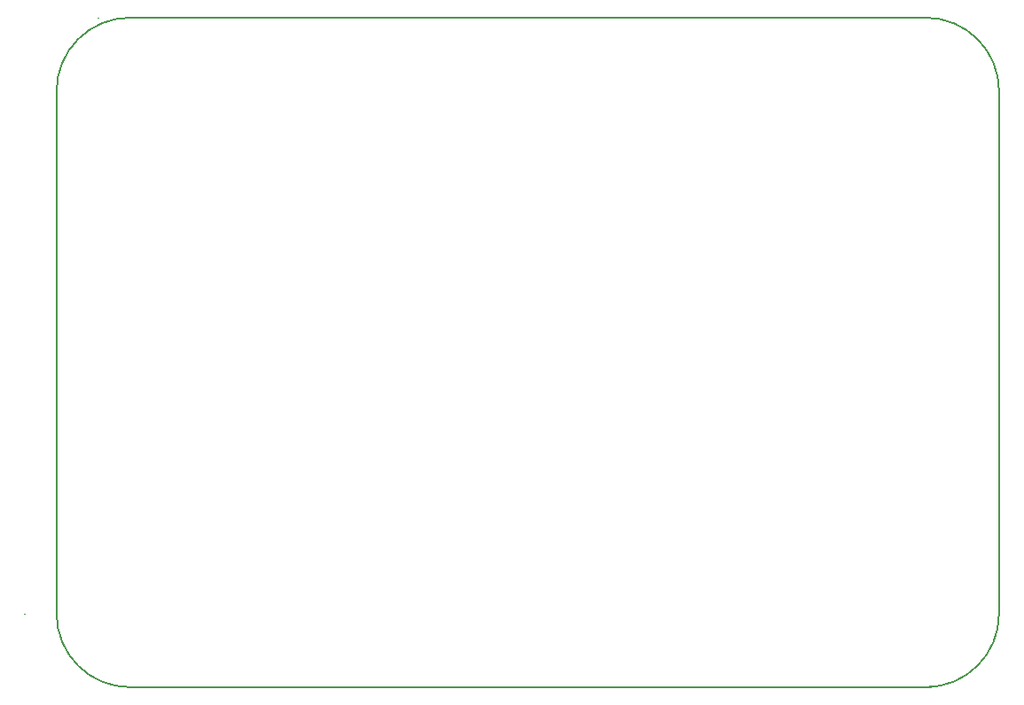
<source format=gm1>
G04 #@! TF.GenerationSoftware,KiCad,Pcbnew,(2017-06-12 revision 19d5cc754)-master*
G04 #@! TF.CreationDate,2017-12-21T18:22:36+01:00*
G04 #@! TF.ProjectId,LF_antenna_denser,4C465F616E74656E6E615F64656E7365,rev?*
G04 #@! TF.FileFunction,Profile,NP*
%FSLAX46Y46*%
G04 Gerber Fmt 4.6, Leading zero omitted, Abs format (unit mm)*
G04 Created by KiCad (PCBNEW (2017-06-12 revision 19d5cc754)-master) date 2017 December 21, Thursday 18:22:36*
%MOMM*%
%LPD*%
G01*
G04 APERTURE LIST*
%ADD10C,0.050000*%
%ADD11C,0.200000*%
%ADD12C,0.150000*%
G04 APERTURE END LIST*
D10*
D11*
X110000000Y-73000000D02*
G75*
G03X103000000Y-80000000I0J-7000000D01*
G01*
X107000000Y-73000000D02*
X107000000Y-73000000D01*
X184500000Y-73000000D02*
X184500000Y-73000000D01*
X186500000Y-73000000D02*
X184500000Y-73000000D01*
X184000000Y-137000000D02*
X184000000Y-137000000D01*
X186500000Y-137000000D02*
X184000000Y-137000000D01*
X111000000Y-137000000D02*
X111000000Y-137000000D01*
X110000000Y-73000000D02*
X110000000Y-73000000D01*
X103000000Y-130000000D02*
G75*
G03X110000000Y-137000000I7000000J0D01*
G01*
X186000000Y-137000000D02*
G75*
G03X193000000Y-130000000I0J7000000D01*
G01*
X193000000Y-80000000D02*
G75*
G03X186000000Y-73000000I-7000000J0D01*
G01*
D12*
X103000000Y-80000000D02*
X103000000Y-130000000D01*
X193000000Y-80000000D02*
X193000000Y-130000000D01*
X100000000Y-130000000D02*
X100000000Y-130000000D01*
X100000000Y-130000000D02*
X100000000Y-130000000D01*
X100000000Y-130000000D02*
X100000000Y-130000000D01*
X185000000Y-73000000D02*
X110000000Y-73000000D01*
X110000000Y-137000000D02*
X185000000Y-137000000D01*
M02*

</source>
